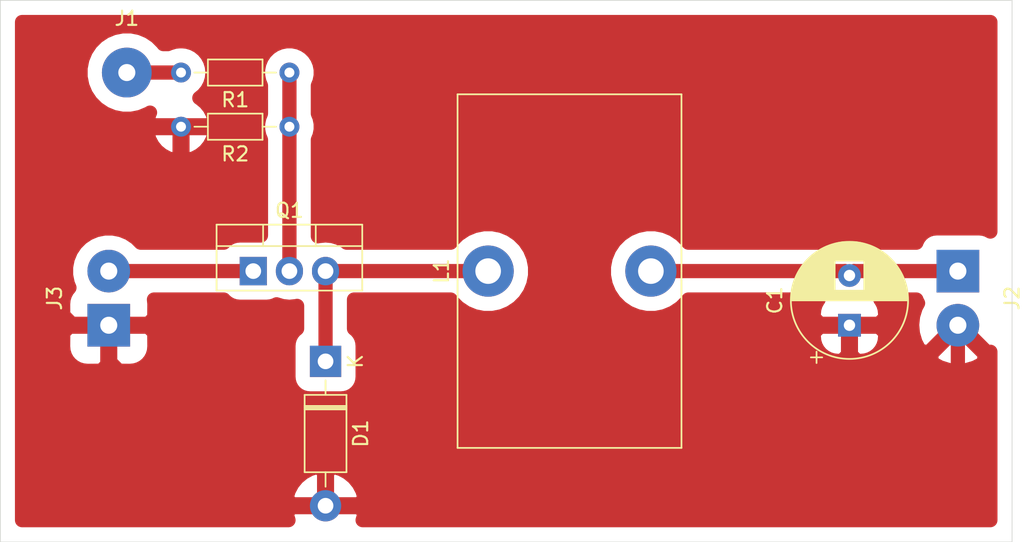
<source format=kicad_pcb>
(kicad_pcb (version 20171130) (host pcbnew "(5.1.4)-1")

  (general
    (thickness 1.6)
    (drawings 4)
    (tracks 25)
    (zones 0)
    (modules 9)
    (nets 7)
  )

  (page A4)
  (layers
    (0 F.Cu signal)
    (31 B.Cu signal)
    (32 B.Adhes user)
    (33 F.Adhes user)
    (34 B.Paste user)
    (35 F.Paste user)
    (36 B.SilkS user)
    (37 F.SilkS user)
    (38 B.Mask user)
    (39 F.Mask user)
    (40 Dwgs.User user)
    (41 Cmts.User user)
    (42 Eco1.User user)
    (43 Eco2.User user)
    (44 Edge.Cuts user)
    (45 Margin user)
    (46 B.CrtYd user)
    (47 F.CrtYd user)
    (48 B.Fab user)
    (49 F.Fab user)
  )

  (setup
    (last_trace_width 1)
    (user_trace_width 1)
    (trace_clearance 0.2)
    (zone_clearance 0.508)
    (zone_45_only no)
    (trace_min 0.2)
    (via_size 0.8)
    (via_drill 0.4)
    (via_min_size 0.4)
    (via_min_drill 0.3)
    (user_via 2 1.5)
    (uvia_size 0.3)
    (uvia_drill 0.1)
    (uvias_allowed no)
    (uvia_min_size 0.2)
    (uvia_min_drill 0.1)
    (edge_width 0.05)
    (segment_width 0.2)
    (pcb_text_width 0.3)
    (pcb_text_size 1.5 1.5)
    (mod_edge_width 0.12)
    (mod_text_size 1 1)
    (mod_text_width 0.15)
    (pad_size 1.524 1.524)
    (pad_drill 0.762)
    (pad_to_mask_clearance 0.051)
    (solder_mask_min_width 0.25)
    (aux_axis_origin 0 0)
    (visible_elements FFFFFF7F)
    (pcbplotparams
      (layerselection 0x010fc_ffffffff)
      (usegerberextensions false)
      (usegerberattributes false)
      (usegerberadvancedattributes false)
      (creategerberjobfile false)
      (excludeedgelayer true)
      (linewidth 0.100000)
      (plotframeref false)
      (viasonmask false)
      (mode 1)
      (useauxorigin false)
      (hpglpennumber 1)
      (hpglpenspeed 20)
      (hpglpendiameter 15.000000)
      (psnegative false)
      (psa4output false)
      (plotreference true)
      (plotvalue true)
      (plotinvisibletext false)
      (padsonsilk false)
      (subtractmaskfromsilk false)
      (outputformat 1)
      (mirror false)
      (drillshape 1)
      (scaleselection 1)
      (outputdirectory ""))
  )

  (net 0 "")
  (net 1 "Net-(C1-Pad2)")
  (net 2 0)
  (net 3 "Net-(D1-Pad1)")
  (net 4 "Net-(J1-Pad1)")
  (net 5 "Net-(J3-Pad2)")
  (net 6 "Net-(Q1-Pad2)")

  (net_class Default "Esta es la clase de red por defecto."
    (clearance 0.2)
    (trace_width 0.25)
    (via_dia 0.8)
    (via_drill 0.4)
    (uvia_dia 0.3)
    (uvia_drill 0.1)
    (add_net 0)
    (add_net "Net-(C1-Pad2)")
    (add_net "Net-(D1-Pad1)")
    (add_net "Net-(J1-Pad1)")
    (add_net "Net-(J3-Pad2)")
    (add_net "Net-(Q1-Pad2)")
  )

  (module Resistor_THT:R_Axial_DIN0204_L3.6mm_D1.6mm_P7.62mm_Horizontal (layer F.Cu) (tedit 5AE5139B) (tstamp 5DC6D6E2)
    (at 119.38 68.58 180)
    (descr "Resistor, Axial_DIN0204 series, Axial, Horizontal, pin pitch=7.62mm, 0.167W, length*diameter=3.6*1.6mm^2, http://cdn-reichelt.de/documents/datenblatt/B400/1_4W%23YAG.pdf")
    (tags "Resistor Axial_DIN0204 series Axial Horizontal pin pitch 7.62mm 0.167W length 3.6mm diameter 1.6mm")
    (path /5DC6CF0F)
    (fp_text reference R2 (at 3.81 -1.92) (layer F.SilkS)
      (effects (font (size 1 1) (thickness 0.15)))
    )
    (fp_text value R (at 3.81 1.92) (layer F.Fab)
      (effects (font (size 1 1) (thickness 0.15)))
    )
    (fp_text user %R (at 3.81 0) (layer F.Fab)
      (effects (font (size 0.72 0.72) (thickness 0.108)))
    )
    (fp_line (start 8.57 -1.05) (end -0.95 -1.05) (layer F.CrtYd) (width 0.05))
    (fp_line (start 8.57 1.05) (end 8.57 -1.05) (layer F.CrtYd) (width 0.05))
    (fp_line (start -0.95 1.05) (end 8.57 1.05) (layer F.CrtYd) (width 0.05))
    (fp_line (start -0.95 -1.05) (end -0.95 1.05) (layer F.CrtYd) (width 0.05))
    (fp_line (start 6.68 0) (end 5.73 0) (layer F.SilkS) (width 0.12))
    (fp_line (start 0.94 0) (end 1.89 0) (layer F.SilkS) (width 0.12))
    (fp_line (start 5.73 -0.92) (end 1.89 -0.92) (layer F.SilkS) (width 0.12))
    (fp_line (start 5.73 0.92) (end 5.73 -0.92) (layer F.SilkS) (width 0.12))
    (fp_line (start 1.89 0.92) (end 5.73 0.92) (layer F.SilkS) (width 0.12))
    (fp_line (start 1.89 -0.92) (end 1.89 0.92) (layer F.SilkS) (width 0.12))
    (fp_line (start 7.62 0) (end 5.61 0) (layer F.Fab) (width 0.1))
    (fp_line (start 0 0) (end 2.01 0) (layer F.Fab) (width 0.1))
    (fp_line (start 5.61 -0.8) (end 2.01 -0.8) (layer F.Fab) (width 0.1))
    (fp_line (start 5.61 0.8) (end 5.61 -0.8) (layer F.Fab) (width 0.1))
    (fp_line (start 2.01 0.8) (end 5.61 0.8) (layer F.Fab) (width 0.1))
    (fp_line (start 2.01 -0.8) (end 2.01 0.8) (layer F.Fab) (width 0.1))
    (pad 2 thru_hole oval (at 7.62 0 180) (size 1.4 1.4) (drill 0.7) (layers *.Cu *.Mask)
      (net 2 0))
    (pad 1 thru_hole circle (at 0 0 180) (size 1.4 1.4) (drill 0.7) (layers *.Cu *.Mask)
      (net 6 "Net-(Q1-Pad2)"))
    (model ${KISYS3DMOD}/Resistor_THT.3dshapes/R_Axial_DIN0204_L3.6mm_D1.6mm_P7.62mm_Horizontal.wrl
      (at (xyz 0 0 0))
      (scale (xyz 1 1 1))
      (rotate (xyz 0 0 0))
    )
  )

  (module Resistor_THT:R_Axial_DIN0204_L3.6mm_D1.6mm_P7.62mm_Horizontal (layer F.Cu) (tedit 5AE5139B) (tstamp 5DC6D6CB)
    (at 119.38 64.77 180)
    (descr "Resistor, Axial_DIN0204 series, Axial, Horizontal, pin pitch=7.62mm, 0.167W, length*diameter=3.6*1.6mm^2, http://cdn-reichelt.de/documents/datenblatt/B400/1_4W%23YAG.pdf")
    (tags "Resistor Axial_DIN0204 series Axial Horizontal pin pitch 7.62mm 0.167W length 3.6mm diameter 1.6mm")
    (path /5DC6C533)
    (fp_text reference R1 (at 3.81 -1.92) (layer F.SilkS)
      (effects (font (size 1 1) (thickness 0.15)))
    )
    (fp_text value R (at 3.81 1.92) (layer F.Fab)
      (effects (font (size 1 1) (thickness 0.15)))
    )
    (fp_text user %R (at 3.81 0 270) (layer F.Fab)
      (effects (font (size 0.72 0.72) (thickness 0.108)))
    )
    (fp_line (start 8.57 -1.05) (end -0.95 -1.05) (layer F.CrtYd) (width 0.05))
    (fp_line (start 8.57 1.05) (end 8.57 -1.05) (layer F.CrtYd) (width 0.05))
    (fp_line (start -0.95 1.05) (end 8.57 1.05) (layer F.CrtYd) (width 0.05))
    (fp_line (start -0.95 -1.05) (end -0.95 1.05) (layer F.CrtYd) (width 0.05))
    (fp_line (start 6.68 0) (end 5.73 0) (layer F.SilkS) (width 0.12))
    (fp_line (start 0.94 0) (end 1.89 0) (layer F.SilkS) (width 0.12))
    (fp_line (start 5.73 -0.92) (end 1.89 -0.92) (layer F.SilkS) (width 0.12))
    (fp_line (start 5.73 0.92) (end 5.73 -0.92) (layer F.SilkS) (width 0.12))
    (fp_line (start 1.89 0.92) (end 5.73 0.92) (layer F.SilkS) (width 0.12))
    (fp_line (start 1.89 -0.92) (end 1.89 0.92) (layer F.SilkS) (width 0.12))
    (fp_line (start 7.62 0) (end 5.61 0) (layer F.Fab) (width 0.1))
    (fp_line (start 0 0) (end 2.01 0) (layer F.Fab) (width 0.1))
    (fp_line (start 5.61 -0.8) (end 2.01 -0.8) (layer F.Fab) (width 0.1))
    (fp_line (start 5.61 0.8) (end 5.61 -0.8) (layer F.Fab) (width 0.1))
    (fp_line (start 2.01 0.8) (end 5.61 0.8) (layer F.Fab) (width 0.1))
    (fp_line (start 2.01 -0.8) (end 2.01 0.8) (layer F.Fab) (width 0.1))
    (pad 2 thru_hole oval (at 7.62 0 180) (size 1.4 1.4) (drill 0.7) (layers *.Cu *.Mask)
      (net 4 "Net-(J1-Pad1)"))
    (pad 1 thru_hole circle (at 0 0 180) (size 1.4 1.4) (drill 0.7) (layers *.Cu *.Mask)
      (net 6 "Net-(Q1-Pad2)"))
    (model ${KISYS3DMOD}/Resistor_THT.3dshapes/R_Axial_DIN0204_L3.6mm_D1.6mm_P7.62mm_Horizontal.wrl
      (at (xyz 0 0 0))
      (scale (xyz 1 1 1))
      (rotate (xyz 0 0 0))
    )
  )

  (module Package_TO_SOT_THT:TO-220-3_Vertical (layer F.Cu) (tedit 5AC8BA0D) (tstamp 5DC6D6B4)
    (at 116.84 78.74)
    (descr "TO-220-3, Vertical, RM 2.54mm, see https://www.vishay.com/docs/66542/to-220-1.pdf")
    (tags "TO-220-3 Vertical RM 2.54mm")
    (path /5DC665EA)
    (fp_text reference Q1 (at 2.54 -4.27) (layer F.SilkS)
      (effects (font (size 1 1) (thickness 0.15)))
    )
    (fp_text value IRF6802SD (at 2.54 2.5) (layer F.Fab)
      (effects (font (size 1 1) (thickness 0.15)))
    )
    (fp_text user %R (at 2.54 -4.27) (layer F.Fab)
      (effects (font (size 1 1) (thickness 0.15)))
    )
    (fp_line (start 7.79 -3.4) (end -2.71 -3.4) (layer F.CrtYd) (width 0.05))
    (fp_line (start 7.79 1.51) (end 7.79 -3.4) (layer F.CrtYd) (width 0.05))
    (fp_line (start -2.71 1.51) (end 7.79 1.51) (layer F.CrtYd) (width 0.05))
    (fp_line (start -2.71 -3.4) (end -2.71 1.51) (layer F.CrtYd) (width 0.05))
    (fp_line (start 4.391 -3.27) (end 4.391 -1.76) (layer F.SilkS) (width 0.12))
    (fp_line (start 0.69 -3.27) (end 0.69 -1.76) (layer F.SilkS) (width 0.12))
    (fp_line (start -2.58 -1.76) (end 7.66 -1.76) (layer F.SilkS) (width 0.12))
    (fp_line (start 7.66 -3.27) (end 7.66 1.371) (layer F.SilkS) (width 0.12))
    (fp_line (start -2.58 -3.27) (end -2.58 1.371) (layer F.SilkS) (width 0.12))
    (fp_line (start -2.58 1.371) (end 7.66 1.371) (layer F.SilkS) (width 0.12))
    (fp_line (start -2.58 -3.27) (end 7.66 -3.27) (layer F.SilkS) (width 0.12))
    (fp_line (start 4.39 -3.15) (end 4.39 -1.88) (layer F.Fab) (width 0.1))
    (fp_line (start 0.69 -3.15) (end 0.69 -1.88) (layer F.Fab) (width 0.1))
    (fp_line (start -2.46 -1.88) (end 7.54 -1.88) (layer F.Fab) (width 0.1))
    (fp_line (start 7.54 -3.15) (end -2.46 -3.15) (layer F.Fab) (width 0.1))
    (fp_line (start 7.54 1.25) (end 7.54 -3.15) (layer F.Fab) (width 0.1))
    (fp_line (start -2.46 1.25) (end 7.54 1.25) (layer F.Fab) (width 0.1))
    (fp_line (start -2.46 -3.15) (end -2.46 1.25) (layer F.Fab) (width 0.1))
    (pad 3 thru_hole oval (at 5.08 0) (size 1.905 2) (drill 1.1) (layers *.Cu *.Mask)
      (net 3 "Net-(D1-Pad1)"))
    (pad 2 thru_hole oval (at 2.54 0) (size 1.905 2) (drill 1.1) (layers *.Cu *.Mask)
      (net 6 "Net-(Q1-Pad2)"))
    (pad 1 thru_hole rect (at 0 0) (size 1.905 2) (drill 1.1) (layers *.Cu *.Mask)
      (net 5 "Net-(J3-Pad2)"))
    (model ${KISYS3DMOD}/Package_TO_SOT_THT.3dshapes/TO-220-3_Vertical.wrl
      (at (xyz 0 0 0))
      (scale (xyz 1 1 1))
      (rotate (xyz 0 0 0))
    )
  )

  (module Inductor_THT:L_Toroid_Vertical_L24.6mm_W15.5mm_P11.44mm_Pulse_KM-4 (layer F.Cu) (tedit 5AE59B06) (tstamp 5DC6D69A)
    (at 133.35 78.74 90)
    (descr "L_Toroid, Vertical series, Radial, pin pitch=11.44mm, , length*width=24.64*15.5mm^2, Pulse, KM-4, http://datasheet.octopart.com/PE-92112KNL-Pulse-datasheet-17853305.pdf")
    (tags "L_Toroid Vertical series Radial pin pitch 11.44mm  length 24.64mm width 15.5mm Pulse KM-4")
    (path /5DC6A582)
    (fp_text reference L1 (at 0 -3.28 90) (layer F.SilkS)
      (effects (font (size 1 1) (thickness 0.15)))
    )
    (fp_text value L (at 0 14.72 90) (layer F.Fab)
      (effects (font (size 1 1) (thickness 0.15)))
    )
    (fp_text user %R (at 5.72 0 90) (layer F.Fab)
      (effects (font (size 1 1) (thickness 0.15)))
    )
    (fp_line (start 12.57 -2.29) (end -12.57 -2.29) (layer F.CrtYd) (width 0.05))
    (fp_line (start 12.57 13.72) (end 12.57 -2.29) (layer F.CrtYd) (width 0.05))
    (fp_line (start -12.57 13.72) (end 12.57 13.72) (layer F.CrtYd) (width 0.05))
    (fp_line (start -12.57 -2.29) (end -12.57 13.72) (layer F.CrtYd) (width 0.05))
    (fp_line (start 12.44 -2.15) (end 12.44 13.59) (layer F.SilkS) (width 0.12))
    (fp_line (start -12.44 -2.15) (end -12.44 13.59) (layer F.SilkS) (width 0.12))
    (fp_line (start 0.016 13.59) (end 12.44 13.59) (layer F.SilkS) (width 0.12))
    (fp_line (start -12.44 13.59) (end -0.016 13.59) (layer F.SilkS) (width 0.12))
    (fp_line (start 0.016 -2.15) (end 12.44 -2.15) (layer F.SilkS) (width 0.12))
    (fp_line (start -12.44 -2.15) (end -0.016 -2.15) (layer F.SilkS) (width 0.12))
    (fp_line (start 7.8848 0) (end 8.8704 11.44) (layer F.Fab) (width 0.1))
    (fp_line (start 5.9136 0) (end 6.8992 11.44) (layer F.Fab) (width 0.1))
    (fp_line (start 3.9424 0) (end 4.928 11.44) (layer F.Fab) (width 0.1))
    (fp_line (start 1.9712 0) (end 2.9568 11.44) (layer F.Fab) (width 0.1))
    (fp_line (start 0 0) (end 0.9856 11.44) (layer F.Fab) (width 0.1))
    (fp_line (start -1.9712 0) (end -0.9856 11.44) (layer F.Fab) (width 0.1))
    (fp_line (start -3.9424 0) (end -2.9568 11.44) (layer F.Fab) (width 0.1))
    (fp_line (start -5.9136 0) (end -4.928 11.44) (layer F.Fab) (width 0.1))
    (fp_line (start -7.8848 0) (end -6.8992 11.44) (layer F.Fab) (width 0.1))
    (fp_line (start -9.856 0) (end -8.8704 11.44) (layer F.Fab) (width 0.1))
    (fp_line (start 9.856 0) (end -9.856 0) (layer F.Fab) (width 0.1))
    (fp_line (start 9.856 11.44) (end 9.856 0) (layer F.Fab) (width 0.1))
    (fp_line (start -9.856 11.44) (end 9.856 11.44) (layer F.Fab) (width 0.1))
    (fp_line (start -9.856 0) (end -9.856 11.44) (layer F.Fab) (width 0.1))
    (fp_line (start 12.32 -2.03) (end -12.32 -2.03) (layer F.Fab) (width 0.1))
    (fp_line (start 12.32 13.47) (end 12.32 -2.03) (layer F.Fab) (width 0.1))
    (fp_line (start -12.32 13.47) (end 12.32 13.47) (layer F.Fab) (width 0.1))
    (fp_line (start -12.32 -2.03) (end -12.32 13.47) (layer F.Fab) (width 0.1))
    (pad 2 thru_hole circle (at 0 11.44 90) (size 3.6 3.6) (drill 1.8) (layers *.Cu *.Mask)
      (net 1 "Net-(C1-Pad2)"))
    (pad 1 thru_hole circle (at 0 0 90) (size 3.6 3.6) (drill 1.8) (layers *.Cu *.Mask)
      (net 3 "Net-(D1-Pad1)"))
    (model ${KISYS3DMOD}/Inductor_THT.3dshapes/L_Toroid_Vertical_L24.6mm_W15.5mm_P11.44mm_Pulse_KM-4.wrl
      (at (xyz 0 0 0))
      (scale (xyz 1 1 1))
      (rotate (xyz 0 0 0))
    )
  )

  (module Connector_Wire:SolderWirePad_1x02_P3.81mm_Drill1.2mm (layer F.Cu) (tedit 5AEE5EF3) (tstamp 5DC6D677)
    (at 106.68 82.55 90)
    (descr "Wire solder connection")
    (tags connector)
    (path /5DC6820E)
    (attr virtual)
    (fp_text reference J3 (at 1.905 -3.81 90) (layer F.SilkS)
      (effects (font (size 1 1) (thickness 0.15)))
    )
    (fp_text value Screw_Terminal_01x02 (at 1.905 3.81 90) (layer F.Fab)
      (effects (font (size 1 1) (thickness 0.15)))
    )
    (fp_line (start 5.81 2) (end -1.99 2) (layer F.CrtYd) (width 0.05))
    (fp_line (start 5.81 2) (end 5.81 -2) (layer F.CrtYd) (width 0.05))
    (fp_line (start -1.99 -2) (end -1.99 2) (layer F.CrtYd) (width 0.05))
    (fp_line (start -1.99 -2) (end 5.81 -2) (layer F.CrtYd) (width 0.05))
    (fp_text user %R (at 1.905 0 90) (layer F.Fab)
      (effects (font (size 1 1) (thickness 0.15)))
    )
    (pad 2 thru_hole circle (at 3.81 0 90) (size 2.99974 2.99974) (drill 1.19888) (layers *.Cu *.Mask)
      (net 5 "Net-(J3-Pad2)"))
    (pad 1 thru_hole rect (at 0 0 90) (size 2.99974 2.99974) (drill 1.19888) (layers *.Cu *.Mask)
      (net 2 0))
  )

  (module Connector_Wire:SolderWirePad_1x02_P3.81mm_Drill1.2mm (layer F.Cu) (tedit 5AEE5EF3) (tstamp 5DC6D66C)
    (at 166.37 78.74 270)
    (descr "Wire solder connection")
    (tags connector)
    (path /5DC6D552)
    (attr virtual)
    (fp_text reference J2 (at 1.905 -3.81 90) (layer F.SilkS)
      (effects (font (size 1 1) (thickness 0.15)))
    )
    (fp_text value Screw_Terminal_01x02 (at 1.905 3.81 90) (layer F.Fab)
      (effects (font (size 1 1) (thickness 0.15)))
    )
    (fp_line (start 5.81 2) (end -1.99 2) (layer F.CrtYd) (width 0.05))
    (fp_line (start 5.81 2) (end 5.81 -2) (layer F.CrtYd) (width 0.05))
    (fp_line (start -1.99 -2) (end -1.99 2) (layer F.CrtYd) (width 0.05))
    (fp_line (start -1.99 -2) (end 5.81 -2) (layer F.CrtYd) (width 0.05))
    (fp_text user %R (at 1.905 0 90) (layer F.Fab)
      (effects (font (size 1 1) (thickness 0.15)))
    )
    (pad 2 thru_hole circle (at 3.81 0 270) (size 2.99974 2.99974) (drill 1.19888) (layers *.Cu *.Mask)
      (net 2 0))
    (pad 1 thru_hole rect (at 0 0 270) (size 2.99974 2.99974) (drill 1.19888) (layers *.Cu *.Mask)
      (net 1 "Net-(C1-Pad2)"))
  )

  (module Connector_Wire:SolderWirePad_1x01_Drill1.2mm (layer F.Cu) (tedit 5AEE5EA7) (tstamp 5DC6D661)
    (at 107.95 64.77)
    (descr "Wire solder connection")
    (tags connector)
    (path /5DC677B7)
    (attr virtual)
    (fp_text reference J1 (at 0 -3.81) (layer F.SilkS)
      (effects (font (size 1 1) (thickness 0.15)))
    )
    (fp_text value Screw_Terminal_01x01 (at 0 3.175) (layer F.Fab)
      (effects (font (size 1 1) (thickness 0.15)))
    )
    (fp_line (start 2.25 2.25) (end -2.25 2.25) (layer F.CrtYd) (width 0.05))
    (fp_line (start 2.25 2.25) (end 2.25 -2.25) (layer F.CrtYd) (width 0.05))
    (fp_line (start -2.25 -2.25) (end -2.25 2.25) (layer F.CrtYd) (width 0.05))
    (fp_line (start -2.25 -2.25) (end 2.25 -2.25) (layer F.CrtYd) (width 0.05))
    (fp_text user %R (at 0 0) (layer F.Fab)
      (effects (font (size 1 1) (thickness 0.15)))
    )
    (pad 1 thru_hole circle (at 0 0) (size 3.50012 3.50012) (drill 1.19888) (layers *.Cu *.Mask)
      (net 4 "Net-(J1-Pad1)"))
  )

  (module Diode_THT:D_DO-41_SOD81_P10.16mm_Horizontal (layer F.Cu) (tedit 5AE50CD5) (tstamp 5DC6D657)
    (at 121.92 85.09 270)
    (descr "Diode, DO-41_SOD81 series, Axial, Horizontal, pin pitch=10.16mm, , length*diameter=5.2*2.7mm^2, , http://www.diodes.com/_files/packages/DO-41%20(Plastic).pdf")
    (tags "Diode DO-41_SOD81 series Axial Horizontal pin pitch 10.16mm  length 5.2mm diameter 2.7mm")
    (path /5DC691D7)
    (fp_text reference D1 (at 5.08 -2.47 90) (layer F.SilkS)
      (effects (font (size 1 1) (thickness 0.15)))
    )
    (fp_text value 1N4001 (at 5.08 2.47 90) (layer F.Fab)
      (effects (font (size 1 1) (thickness 0.15)))
    )
    (fp_text user K (at 0 -2.1 90) (layer F.SilkS)
      (effects (font (size 1 1) (thickness 0.15)))
    )
    (fp_text user K (at 0 -2.1 90) (layer F.Fab)
      (effects (font (size 1 1) (thickness 0.15)))
    )
    (fp_text user %R (at 5.47 0 90) (layer F.Fab)
      (effects (font (size 1 1) (thickness 0.15)))
    )
    (fp_line (start 11.51 -1.6) (end -1.35 -1.6) (layer F.CrtYd) (width 0.05))
    (fp_line (start 11.51 1.6) (end 11.51 -1.6) (layer F.CrtYd) (width 0.05))
    (fp_line (start -1.35 1.6) (end 11.51 1.6) (layer F.CrtYd) (width 0.05))
    (fp_line (start -1.35 -1.6) (end -1.35 1.6) (layer F.CrtYd) (width 0.05))
    (fp_line (start 3.14 -1.47) (end 3.14 1.47) (layer F.SilkS) (width 0.12))
    (fp_line (start 3.38 -1.47) (end 3.38 1.47) (layer F.SilkS) (width 0.12))
    (fp_line (start 3.26 -1.47) (end 3.26 1.47) (layer F.SilkS) (width 0.12))
    (fp_line (start 8.82 0) (end 7.8 0) (layer F.SilkS) (width 0.12))
    (fp_line (start 1.34 0) (end 2.36 0) (layer F.SilkS) (width 0.12))
    (fp_line (start 7.8 -1.47) (end 2.36 -1.47) (layer F.SilkS) (width 0.12))
    (fp_line (start 7.8 1.47) (end 7.8 -1.47) (layer F.SilkS) (width 0.12))
    (fp_line (start 2.36 1.47) (end 7.8 1.47) (layer F.SilkS) (width 0.12))
    (fp_line (start 2.36 -1.47) (end 2.36 1.47) (layer F.SilkS) (width 0.12))
    (fp_line (start 3.16 -1.35) (end 3.16 1.35) (layer F.Fab) (width 0.1))
    (fp_line (start 3.36 -1.35) (end 3.36 1.35) (layer F.Fab) (width 0.1))
    (fp_line (start 3.26 -1.35) (end 3.26 1.35) (layer F.Fab) (width 0.1))
    (fp_line (start 10.16 0) (end 7.68 0) (layer F.Fab) (width 0.1))
    (fp_line (start 0 0) (end 2.48 0) (layer F.Fab) (width 0.1))
    (fp_line (start 7.68 -1.35) (end 2.48 -1.35) (layer F.Fab) (width 0.1))
    (fp_line (start 7.68 1.35) (end 7.68 -1.35) (layer F.Fab) (width 0.1))
    (fp_line (start 2.48 1.35) (end 7.68 1.35) (layer F.Fab) (width 0.1))
    (fp_line (start 2.48 -1.35) (end 2.48 1.35) (layer F.Fab) (width 0.1))
    (pad 2 thru_hole oval (at 10.16 0 270) (size 2.2 2.2) (drill 1.1) (layers *.Cu *.Mask)
      (net 2 0))
    (pad 1 thru_hole rect (at 0 0 270) (size 2.2 2.2) (drill 1.1) (layers *.Cu *.Mask)
      (net 3 "Net-(D1-Pad1)"))
    (model ${KISYS3DMOD}/Diode_THT.3dshapes/D_DO-41_SOD81_P10.16mm_Horizontal.wrl
      (at (xyz 0 0 0))
      (scale (xyz 1 1 1))
      (rotate (xyz 0 0 0))
    )
  )

  (module Capacitor_THT:CP_Radial_D8.0mm_P3.50mm (layer F.Cu) (tedit 5AE50EF0) (tstamp 5DC6D638)
    (at 158.75 82.55 90)
    (descr "CP, Radial series, Radial, pin pitch=3.50mm, , diameter=8mm, Electrolytic Capacitor")
    (tags "CP Radial series Radial pin pitch 3.50mm  diameter 8mm Electrolytic Capacitor")
    (path /5DC6B571)
    (fp_text reference C1 (at 1.75 -5.25 90) (layer F.SilkS)
      (effects (font (size 1 1) (thickness 0.15)))
    )
    (fp_text value C (at 1.75 5.25 90) (layer F.Fab)
      (effects (font (size 1 1) (thickness 0.15)))
    )
    (fp_text user %R (at 1.75 0 90) (layer F.Fab)
      (effects (font (size 1 1) (thickness 0.15)))
    )
    (fp_line (start -2.259698 -2.715) (end -2.259698 -1.915) (layer F.SilkS) (width 0.12))
    (fp_line (start -2.659698 -2.315) (end -1.859698 -2.315) (layer F.SilkS) (width 0.12))
    (fp_line (start 5.831 -0.533) (end 5.831 0.533) (layer F.SilkS) (width 0.12))
    (fp_line (start 5.791 -0.768) (end 5.791 0.768) (layer F.SilkS) (width 0.12))
    (fp_line (start 5.751 -0.948) (end 5.751 0.948) (layer F.SilkS) (width 0.12))
    (fp_line (start 5.711 -1.098) (end 5.711 1.098) (layer F.SilkS) (width 0.12))
    (fp_line (start 5.671 -1.229) (end 5.671 1.229) (layer F.SilkS) (width 0.12))
    (fp_line (start 5.631 -1.346) (end 5.631 1.346) (layer F.SilkS) (width 0.12))
    (fp_line (start 5.591 -1.453) (end 5.591 1.453) (layer F.SilkS) (width 0.12))
    (fp_line (start 5.551 -1.552) (end 5.551 1.552) (layer F.SilkS) (width 0.12))
    (fp_line (start 5.511 -1.645) (end 5.511 1.645) (layer F.SilkS) (width 0.12))
    (fp_line (start 5.471 -1.731) (end 5.471 1.731) (layer F.SilkS) (width 0.12))
    (fp_line (start 5.431 -1.813) (end 5.431 1.813) (layer F.SilkS) (width 0.12))
    (fp_line (start 5.391 -1.89) (end 5.391 1.89) (layer F.SilkS) (width 0.12))
    (fp_line (start 5.351 -1.964) (end 5.351 1.964) (layer F.SilkS) (width 0.12))
    (fp_line (start 5.311 -2.034) (end 5.311 2.034) (layer F.SilkS) (width 0.12))
    (fp_line (start 5.271 -2.102) (end 5.271 2.102) (layer F.SilkS) (width 0.12))
    (fp_line (start 5.231 -2.166) (end 5.231 2.166) (layer F.SilkS) (width 0.12))
    (fp_line (start 5.191 -2.228) (end 5.191 2.228) (layer F.SilkS) (width 0.12))
    (fp_line (start 5.151 -2.287) (end 5.151 2.287) (layer F.SilkS) (width 0.12))
    (fp_line (start 5.111 -2.345) (end 5.111 2.345) (layer F.SilkS) (width 0.12))
    (fp_line (start 5.071 -2.4) (end 5.071 2.4) (layer F.SilkS) (width 0.12))
    (fp_line (start 5.031 -2.454) (end 5.031 2.454) (layer F.SilkS) (width 0.12))
    (fp_line (start 4.991 -2.505) (end 4.991 2.505) (layer F.SilkS) (width 0.12))
    (fp_line (start 4.951 -2.556) (end 4.951 2.556) (layer F.SilkS) (width 0.12))
    (fp_line (start 4.911 -2.604) (end 4.911 2.604) (layer F.SilkS) (width 0.12))
    (fp_line (start 4.871 -2.651) (end 4.871 2.651) (layer F.SilkS) (width 0.12))
    (fp_line (start 4.831 -2.697) (end 4.831 2.697) (layer F.SilkS) (width 0.12))
    (fp_line (start 4.791 -2.741) (end 4.791 2.741) (layer F.SilkS) (width 0.12))
    (fp_line (start 4.751 -2.784) (end 4.751 2.784) (layer F.SilkS) (width 0.12))
    (fp_line (start 4.711 -2.826) (end 4.711 2.826) (layer F.SilkS) (width 0.12))
    (fp_line (start 4.671 -2.867) (end 4.671 2.867) (layer F.SilkS) (width 0.12))
    (fp_line (start 4.631 -2.907) (end 4.631 2.907) (layer F.SilkS) (width 0.12))
    (fp_line (start 4.591 -2.945) (end 4.591 2.945) (layer F.SilkS) (width 0.12))
    (fp_line (start 4.551 -2.983) (end 4.551 2.983) (layer F.SilkS) (width 0.12))
    (fp_line (start 4.511 1.04) (end 4.511 3.019) (layer F.SilkS) (width 0.12))
    (fp_line (start 4.511 -3.019) (end 4.511 -1.04) (layer F.SilkS) (width 0.12))
    (fp_line (start 4.471 1.04) (end 4.471 3.055) (layer F.SilkS) (width 0.12))
    (fp_line (start 4.471 -3.055) (end 4.471 -1.04) (layer F.SilkS) (width 0.12))
    (fp_line (start 4.431 1.04) (end 4.431 3.09) (layer F.SilkS) (width 0.12))
    (fp_line (start 4.431 -3.09) (end 4.431 -1.04) (layer F.SilkS) (width 0.12))
    (fp_line (start 4.391 1.04) (end 4.391 3.124) (layer F.SilkS) (width 0.12))
    (fp_line (start 4.391 -3.124) (end 4.391 -1.04) (layer F.SilkS) (width 0.12))
    (fp_line (start 4.351 1.04) (end 4.351 3.156) (layer F.SilkS) (width 0.12))
    (fp_line (start 4.351 -3.156) (end 4.351 -1.04) (layer F.SilkS) (width 0.12))
    (fp_line (start 4.311 1.04) (end 4.311 3.189) (layer F.SilkS) (width 0.12))
    (fp_line (start 4.311 -3.189) (end 4.311 -1.04) (layer F.SilkS) (width 0.12))
    (fp_line (start 4.271 1.04) (end 4.271 3.22) (layer F.SilkS) (width 0.12))
    (fp_line (start 4.271 -3.22) (end 4.271 -1.04) (layer F.SilkS) (width 0.12))
    (fp_line (start 4.231 1.04) (end 4.231 3.25) (layer F.SilkS) (width 0.12))
    (fp_line (start 4.231 -3.25) (end 4.231 -1.04) (layer F.SilkS) (width 0.12))
    (fp_line (start 4.191 1.04) (end 4.191 3.28) (layer F.SilkS) (width 0.12))
    (fp_line (start 4.191 -3.28) (end 4.191 -1.04) (layer F.SilkS) (width 0.12))
    (fp_line (start 4.151 1.04) (end 4.151 3.309) (layer F.SilkS) (width 0.12))
    (fp_line (start 4.151 -3.309) (end 4.151 -1.04) (layer F.SilkS) (width 0.12))
    (fp_line (start 4.111 1.04) (end 4.111 3.338) (layer F.SilkS) (width 0.12))
    (fp_line (start 4.111 -3.338) (end 4.111 -1.04) (layer F.SilkS) (width 0.12))
    (fp_line (start 4.071 1.04) (end 4.071 3.365) (layer F.SilkS) (width 0.12))
    (fp_line (start 4.071 -3.365) (end 4.071 -1.04) (layer F.SilkS) (width 0.12))
    (fp_line (start 4.031 1.04) (end 4.031 3.392) (layer F.SilkS) (width 0.12))
    (fp_line (start 4.031 -3.392) (end 4.031 -1.04) (layer F.SilkS) (width 0.12))
    (fp_line (start 3.991 1.04) (end 3.991 3.418) (layer F.SilkS) (width 0.12))
    (fp_line (start 3.991 -3.418) (end 3.991 -1.04) (layer F.SilkS) (width 0.12))
    (fp_line (start 3.951 1.04) (end 3.951 3.444) (layer F.SilkS) (width 0.12))
    (fp_line (start 3.951 -3.444) (end 3.951 -1.04) (layer F.SilkS) (width 0.12))
    (fp_line (start 3.911 1.04) (end 3.911 3.469) (layer F.SilkS) (width 0.12))
    (fp_line (start 3.911 -3.469) (end 3.911 -1.04) (layer F.SilkS) (width 0.12))
    (fp_line (start 3.871 1.04) (end 3.871 3.493) (layer F.SilkS) (width 0.12))
    (fp_line (start 3.871 -3.493) (end 3.871 -1.04) (layer F.SilkS) (width 0.12))
    (fp_line (start 3.831 1.04) (end 3.831 3.517) (layer F.SilkS) (width 0.12))
    (fp_line (start 3.831 -3.517) (end 3.831 -1.04) (layer F.SilkS) (width 0.12))
    (fp_line (start 3.791 1.04) (end 3.791 3.54) (layer F.SilkS) (width 0.12))
    (fp_line (start 3.791 -3.54) (end 3.791 -1.04) (layer F.SilkS) (width 0.12))
    (fp_line (start 3.751 1.04) (end 3.751 3.562) (layer F.SilkS) (width 0.12))
    (fp_line (start 3.751 -3.562) (end 3.751 -1.04) (layer F.SilkS) (width 0.12))
    (fp_line (start 3.711 1.04) (end 3.711 3.584) (layer F.SilkS) (width 0.12))
    (fp_line (start 3.711 -3.584) (end 3.711 -1.04) (layer F.SilkS) (width 0.12))
    (fp_line (start 3.671 1.04) (end 3.671 3.606) (layer F.SilkS) (width 0.12))
    (fp_line (start 3.671 -3.606) (end 3.671 -1.04) (layer F.SilkS) (width 0.12))
    (fp_line (start 3.631 1.04) (end 3.631 3.627) (layer F.SilkS) (width 0.12))
    (fp_line (start 3.631 -3.627) (end 3.631 -1.04) (layer F.SilkS) (width 0.12))
    (fp_line (start 3.591 1.04) (end 3.591 3.647) (layer F.SilkS) (width 0.12))
    (fp_line (start 3.591 -3.647) (end 3.591 -1.04) (layer F.SilkS) (width 0.12))
    (fp_line (start 3.551 1.04) (end 3.551 3.666) (layer F.SilkS) (width 0.12))
    (fp_line (start 3.551 -3.666) (end 3.551 -1.04) (layer F.SilkS) (width 0.12))
    (fp_line (start 3.511 1.04) (end 3.511 3.686) (layer F.SilkS) (width 0.12))
    (fp_line (start 3.511 -3.686) (end 3.511 -1.04) (layer F.SilkS) (width 0.12))
    (fp_line (start 3.471 1.04) (end 3.471 3.704) (layer F.SilkS) (width 0.12))
    (fp_line (start 3.471 -3.704) (end 3.471 -1.04) (layer F.SilkS) (width 0.12))
    (fp_line (start 3.431 1.04) (end 3.431 3.722) (layer F.SilkS) (width 0.12))
    (fp_line (start 3.431 -3.722) (end 3.431 -1.04) (layer F.SilkS) (width 0.12))
    (fp_line (start 3.391 1.04) (end 3.391 3.74) (layer F.SilkS) (width 0.12))
    (fp_line (start 3.391 -3.74) (end 3.391 -1.04) (layer F.SilkS) (width 0.12))
    (fp_line (start 3.351 1.04) (end 3.351 3.757) (layer F.SilkS) (width 0.12))
    (fp_line (start 3.351 -3.757) (end 3.351 -1.04) (layer F.SilkS) (width 0.12))
    (fp_line (start 3.311 1.04) (end 3.311 3.774) (layer F.SilkS) (width 0.12))
    (fp_line (start 3.311 -3.774) (end 3.311 -1.04) (layer F.SilkS) (width 0.12))
    (fp_line (start 3.271 1.04) (end 3.271 3.79) (layer F.SilkS) (width 0.12))
    (fp_line (start 3.271 -3.79) (end 3.271 -1.04) (layer F.SilkS) (width 0.12))
    (fp_line (start 3.231 1.04) (end 3.231 3.805) (layer F.SilkS) (width 0.12))
    (fp_line (start 3.231 -3.805) (end 3.231 -1.04) (layer F.SilkS) (width 0.12))
    (fp_line (start 3.191 1.04) (end 3.191 3.821) (layer F.SilkS) (width 0.12))
    (fp_line (start 3.191 -3.821) (end 3.191 -1.04) (layer F.SilkS) (width 0.12))
    (fp_line (start 3.151 1.04) (end 3.151 3.835) (layer F.SilkS) (width 0.12))
    (fp_line (start 3.151 -3.835) (end 3.151 -1.04) (layer F.SilkS) (width 0.12))
    (fp_line (start 3.111 1.04) (end 3.111 3.85) (layer F.SilkS) (width 0.12))
    (fp_line (start 3.111 -3.85) (end 3.111 -1.04) (layer F.SilkS) (width 0.12))
    (fp_line (start 3.071 1.04) (end 3.071 3.863) (layer F.SilkS) (width 0.12))
    (fp_line (start 3.071 -3.863) (end 3.071 -1.04) (layer F.SilkS) (width 0.12))
    (fp_line (start 3.031 1.04) (end 3.031 3.877) (layer F.SilkS) (width 0.12))
    (fp_line (start 3.031 -3.877) (end 3.031 -1.04) (layer F.SilkS) (width 0.12))
    (fp_line (start 2.991 1.04) (end 2.991 3.889) (layer F.SilkS) (width 0.12))
    (fp_line (start 2.991 -3.889) (end 2.991 -1.04) (layer F.SilkS) (width 0.12))
    (fp_line (start 2.951 1.04) (end 2.951 3.902) (layer F.SilkS) (width 0.12))
    (fp_line (start 2.951 -3.902) (end 2.951 -1.04) (layer F.SilkS) (width 0.12))
    (fp_line (start 2.911 1.04) (end 2.911 3.914) (layer F.SilkS) (width 0.12))
    (fp_line (start 2.911 -3.914) (end 2.911 -1.04) (layer F.SilkS) (width 0.12))
    (fp_line (start 2.871 1.04) (end 2.871 3.925) (layer F.SilkS) (width 0.12))
    (fp_line (start 2.871 -3.925) (end 2.871 -1.04) (layer F.SilkS) (width 0.12))
    (fp_line (start 2.831 1.04) (end 2.831 3.936) (layer F.SilkS) (width 0.12))
    (fp_line (start 2.831 -3.936) (end 2.831 -1.04) (layer F.SilkS) (width 0.12))
    (fp_line (start 2.791 1.04) (end 2.791 3.947) (layer F.SilkS) (width 0.12))
    (fp_line (start 2.791 -3.947) (end 2.791 -1.04) (layer F.SilkS) (width 0.12))
    (fp_line (start 2.751 1.04) (end 2.751 3.957) (layer F.SilkS) (width 0.12))
    (fp_line (start 2.751 -3.957) (end 2.751 -1.04) (layer F.SilkS) (width 0.12))
    (fp_line (start 2.711 1.04) (end 2.711 3.967) (layer F.SilkS) (width 0.12))
    (fp_line (start 2.711 -3.967) (end 2.711 -1.04) (layer F.SilkS) (width 0.12))
    (fp_line (start 2.671 1.04) (end 2.671 3.976) (layer F.SilkS) (width 0.12))
    (fp_line (start 2.671 -3.976) (end 2.671 -1.04) (layer F.SilkS) (width 0.12))
    (fp_line (start 2.631 1.04) (end 2.631 3.985) (layer F.SilkS) (width 0.12))
    (fp_line (start 2.631 -3.985) (end 2.631 -1.04) (layer F.SilkS) (width 0.12))
    (fp_line (start 2.591 1.04) (end 2.591 3.994) (layer F.SilkS) (width 0.12))
    (fp_line (start 2.591 -3.994) (end 2.591 -1.04) (layer F.SilkS) (width 0.12))
    (fp_line (start 2.551 1.04) (end 2.551 4.002) (layer F.SilkS) (width 0.12))
    (fp_line (start 2.551 -4.002) (end 2.551 -1.04) (layer F.SilkS) (width 0.12))
    (fp_line (start 2.511 1.04) (end 2.511 4.01) (layer F.SilkS) (width 0.12))
    (fp_line (start 2.511 -4.01) (end 2.511 -1.04) (layer F.SilkS) (width 0.12))
    (fp_line (start 2.471 1.04) (end 2.471 4.017) (layer F.SilkS) (width 0.12))
    (fp_line (start 2.471 -4.017) (end 2.471 -1.04) (layer F.SilkS) (width 0.12))
    (fp_line (start 2.43 -4.024) (end 2.43 4.024) (layer F.SilkS) (width 0.12))
    (fp_line (start 2.39 -4.03) (end 2.39 4.03) (layer F.SilkS) (width 0.12))
    (fp_line (start 2.35 -4.037) (end 2.35 4.037) (layer F.SilkS) (width 0.12))
    (fp_line (start 2.31 -4.042) (end 2.31 4.042) (layer F.SilkS) (width 0.12))
    (fp_line (start 2.27 -4.048) (end 2.27 4.048) (layer F.SilkS) (width 0.12))
    (fp_line (start 2.23 -4.052) (end 2.23 4.052) (layer F.SilkS) (width 0.12))
    (fp_line (start 2.19 -4.057) (end 2.19 4.057) (layer F.SilkS) (width 0.12))
    (fp_line (start 2.15 -4.061) (end 2.15 4.061) (layer F.SilkS) (width 0.12))
    (fp_line (start 2.11 -4.065) (end 2.11 4.065) (layer F.SilkS) (width 0.12))
    (fp_line (start 2.07 -4.068) (end 2.07 4.068) (layer F.SilkS) (width 0.12))
    (fp_line (start 2.03 -4.071) (end 2.03 4.071) (layer F.SilkS) (width 0.12))
    (fp_line (start 1.99 -4.074) (end 1.99 4.074) (layer F.SilkS) (width 0.12))
    (fp_line (start 1.95 -4.076) (end 1.95 4.076) (layer F.SilkS) (width 0.12))
    (fp_line (start 1.91 -4.077) (end 1.91 4.077) (layer F.SilkS) (width 0.12))
    (fp_line (start 1.87 -4.079) (end 1.87 4.079) (layer F.SilkS) (width 0.12))
    (fp_line (start 1.83 -4.08) (end 1.83 4.08) (layer F.SilkS) (width 0.12))
    (fp_line (start 1.79 -4.08) (end 1.79 4.08) (layer F.SilkS) (width 0.12))
    (fp_line (start 1.75 -4.08) (end 1.75 4.08) (layer F.SilkS) (width 0.12))
    (fp_line (start -1.276759 -2.1475) (end -1.276759 -1.3475) (layer F.Fab) (width 0.1))
    (fp_line (start -1.676759 -1.7475) (end -0.876759 -1.7475) (layer F.Fab) (width 0.1))
    (fp_circle (center 1.75 0) (end 6 0) (layer F.CrtYd) (width 0.05))
    (fp_circle (center 1.75 0) (end 5.87 0) (layer F.SilkS) (width 0.12))
    (fp_circle (center 1.75 0) (end 5.75 0) (layer F.Fab) (width 0.1))
    (pad 2 thru_hole circle (at 3.5 0 90) (size 1.6 1.6) (drill 0.8) (layers *.Cu *.Mask)
      (net 1 "Net-(C1-Pad2)"))
    (pad 1 thru_hole rect (at 0 0 90) (size 1.6 1.6) (drill 0.8) (layers *.Cu *.Mask)
      (net 2 0))
    (model ${KISYS3DMOD}/Capacitor_THT.3dshapes/CP_Radial_D8.0mm_P3.50mm.wrl
      (at (xyz 0 0 0))
      (scale (xyz 1 1 1))
      (rotate (xyz 0 0 0))
    )
  )

  (gr_line (start 170.18 59.69) (end 99.06 59.69) (layer Edge.Cuts) (width 0.05) (tstamp 5DC6E505))
  (gr_line (start 170.18 97.79) (end 170.18 59.69) (layer Edge.Cuts) (width 0.05))
  (gr_line (start 99.06 97.79) (end 170.18 97.79) (layer Edge.Cuts) (width 0.05))
  (gr_line (start 99.06 59.69) (end 99.06 97.79) (layer Edge.Cuts) (width 0.05))

  (segment (start 158.44 78.74) (end 158.75 79.05) (width 1) (layer F.Cu) (net 1))
  (segment (start 144.79 78.74) (end 158.44 78.74) (width 1) (layer F.Cu) (net 1))
  (segment (start 159.06 78.74) (end 158.75 79.05) (width 1) (layer F.Cu) (net 1))
  (segment (start 166.37 78.74) (end 159.06 78.74) (width 1) (layer F.Cu) (net 1))
  (segment (start 111.76 68.58) (end 105.41 68.58) (width 1) (layer F.Cu) (net 2))
  (segment (start 105.41 68.58) (end 101.6 72.39) (width 1) (layer F.Cu) (net 2))
  (segment (start 104.18013 82.55) (end 106.68 82.55) (width 1) (layer F.Cu) (net 2))
  (segment (start 101.6 79.96987) (end 104.18013 82.55) (width 1) (layer F.Cu) (net 2))
  (segment (start 101.6 72.39) (end 101.6 79.96987) (width 1) (layer F.Cu) (net 2))
  (segment (start 116.88013 95.25) (end 121.92 95.25) (width 1) (layer F.Cu) (net 2))
  (segment (start 106.68 82.55) (end 106.68 85.04987) (width 1) (layer F.Cu) (net 2))
  (segment (start 106.68 85.04987) (end 116.88013 95.25) (width 1) (layer F.Cu) (net 2))
  (segment (start 121.92 95.25) (end 156.21 95.25) (width 1) (layer F.Cu) (net 2))
  (segment (start 158.75 92.71) (end 158.75 82.55) (width 1) (layer F.Cu) (net 2))
  (segment (start 156.21 95.25) (end 158.75 92.71) (width 1) (layer F.Cu) (net 2))
  (segment (start 158.75 92.71) (end 161.29 95.25) (width 1) (layer F.Cu) (net 2))
  (segment (start 161.29 95.25) (end 163.83 95.25) (width 1) (layer F.Cu) (net 2))
  (segment (start 163.83 95.25) (end 166.37 92.71) (width 1) (layer F.Cu) (net 2))
  (segment (start 166.37 92.71) (end 166.37 82.55) (width 1) (layer F.Cu) (net 2))
  (segment (start 121.92 78.74) (end 121.92 85.09) (width 1) (layer F.Cu) (net 3))
  (segment (start 121.92 78.74) (end 133.35 78.74) (width 1) (layer F.Cu) (net 3))
  (segment (start 107.95 64.77) (end 111.76 64.77) (width 1) (layer F.Cu) (net 4))
  (segment (start 106.68 78.74) (end 116.84 78.74) (width 1) (layer F.Cu) (net 5))
  (segment (start 119.38 64.77) (end 119.38 68.58) (width 1) (layer F.Cu) (net 6))
  (segment (start 119.38 68.58) (end 119.38 78.74) (width 1) (layer F.Cu) (net 6))

  (zone (net 2) (net_name 0) (layer F.Cu) (tstamp 0) (hatch edge 0.508)
    (connect_pads (clearance 1))
    (min_thickness 1)
    (fill yes (arc_segments 32) (thermal_gap 1.2) (thermal_bridge_width 1.2))
    (polygon
      (pts
        (xy 99.06 59.69) (xy 99.06 97.79) (xy 170.18 97.79) (xy 170.18 59.69)
      )
    )
    (filled_polygon
      (pts
        (xy 168.655001 75.95896) (xy 168.446672 75.847606) (xy 168.163921 75.761835) (xy 167.86987 75.732873) (xy 164.87013 75.732873)
        (xy 164.576079 75.761835) (xy 164.293328 75.847606) (xy 164.032743 75.986892) (xy 163.804338 76.174338) (xy 163.616892 76.402743)
        (xy 163.477606 76.663328) (xy 163.454348 76.74) (xy 159.158242 76.74) (xy 159.059999 76.730324) (xy 158.961756 76.74)
        (xy 158.961747 76.74) (xy 158.860214 76.75) (xy 158.639786 76.75) (xy 158.538253 76.74) (xy 158.538243 76.74)
        (xy 158.44 76.730324) (xy 158.341757 76.74) (xy 147.422518 76.74) (xy 147.353277 76.636373) (xy 146.893627 76.176723)
        (xy 146.353136 75.815578) (xy 145.752574 75.566817) (xy 145.115022 75.44) (xy 144.464978 75.44) (xy 143.827426 75.566817)
        (xy 143.226864 75.815578) (xy 142.686373 76.176723) (xy 142.226723 76.636373) (xy 141.865578 77.176864) (xy 141.616817 77.777426)
        (xy 141.49 78.414978) (xy 141.49 79.065022) (xy 141.616817 79.702574) (xy 141.865578 80.303136) (xy 142.226723 80.843627)
        (xy 142.686373 81.303277) (xy 143.226864 81.664422) (xy 143.827426 81.913183) (xy 144.464978 82.04) (xy 145.115022 82.04)
        (xy 145.752574 81.913183) (xy 146.353136 81.664422) (xy 146.893627 81.303277) (xy 147.353277 80.843627) (xy 147.422518 80.74)
        (xy 156.579691 80.74) (xy 156.529662 80.80096) (xy 156.371805 81.09629) (xy 156.274597 81.416742) (xy 156.241774 81.75)
        (xy 156.25 82.025) (xy 156.675 82.45) (xy 158.65 82.45) (xy 158.65 82.43) (xy 158.85 82.43)
        (xy 158.85 82.45) (xy 160.825 82.45) (xy 161.25 82.025) (xy 161.258226 81.75) (xy 161.225403 81.416742)
        (xy 161.128195 81.09629) (xy 160.970338 80.80096) (xy 160.920309 80.74) (xy 163.454348 80.74) (xy 163.477606 80.816672)
        (xy 163.57308 80.995292) (xy 163.409545 81.295327) (xy 163.221655 81.896991) (xy 163.154754 82.52375) (xy 163.211413 83.151518)
        (xy 163.389454 83.75617) (xy 163.682037 84.314469) (xy 163.711204 84.358121) (xy 164.327479 84.4511) (xy 166.228579 82.55)
        (xy 166.214437 82.535858) (xy 166.355858 82.394437) (xy 166.37 82.408579) (xy 166.384143 82.394437) (xy 166.525564 82.535858)
        (xy 166.511421 82.55) (xy 168.412521 84.4511) (xy 168.655 84.414517) (xy 168.655 96.265) (xy 124.524824 96.265)
        (xy 124.668122 95.786506) (xy 124.293216 95.35) (xy 122.02 95.35) (xy 122.02 95.37) (xy 121.82 95.37)
        (xy 121.82 95.35) (xy 119.546784 95.35) (xy 119.171878 95.786506) (xy 119.315176 96.265) (xy 100.585 96.265)
        (xy 100.585 94.713494) (xy 119.171878 94.713494) (xy 119.546784 95.15) (xy 121.82 95.15) (xy 121.82 92.877106)
        (xy 122.02 92.877106) (xy 122.02 95.15) (xy 124.293216 95.15) (xy 124.668122 94.713494) (xy 124.51065 94.187671)
        (xy 124.253621 93.702673) (xy 123.906913 93.277138) (xy 123.483849 92.927418) (xy 123.000687 92.666954) (xy 122.475995 92.505755)
        (xy 122.456506 92.50188) (xy 122.02 92.877106) (xy 121.82 92.877106) (xy 121.383494 92.50188) (xy 121.364005 92.505755)
        (xy 120.839313 92.666954) (xy 120.356151 92.927418) (xy 119.933087 93.277138) (xy 119.586379 93.702673) (xy 119.32935 94.187671)
        (xy 119.171878 94.713494) (xy 100.585 94.713494) (xy 100.585 84.04987) (xy 103.471904 84.04987) (xy 103.504727 84.383128)
        (xy 103.601935 84.70358) (xy 103.759792 84.99891) (xy 103.972232 85.257768) (xy 104.23109 85.470208) (xy 104.52642 85.628065)
        (xy 104.846872 85.725273) (xy 105.18013 85.758096) (xy 106.155 85.74987) (xy 106.58 85.32487) (xy 106.58 82.65)
        (xy 106.78 82.65) (xy 106.78 85.32487) (xy 107.205 85.74987) (xy 108.17987 85.758096) (xy 108.513128 85.725273)
        (xy 108.83358 85.628065) (xy 109.12891 85.470208) (xy 109.387768 85.257768) (xy 109.600208 84.99891) (xy 109.758065 84.70358)
        (xy 109.855273 84.383128) (xy 109.888096 84.04987) (xy 109.87987 83.075) (xy 109.45487 82.65) (xy 106.78 82.65)
        (xy 106.58 82.65) (xy 103.90513 82.65) (xy 103.48013 83.075) (xy 103.471904 84.04987) (xy 100.585 84.04987)
        (xy 100.585 81.05013) (xy 103.471904 81.05013) (xy 103.48013 82.025) (xy 103.90513 82.45) (xy 106.58 82.45)
        (xy 106.58 82.43) (xy 106.78 82.43) (xy 106.78 82.45) (xy 109.45487 82.45) (xy 109.87987 82.025)
        (xy 109.888096 81.05013) (xy 109.857551 80.74) (xy 114.767714 80.74) (xy 114.821708 80.805792) (xy 115.050113 80.993238)
        (xy 115.310698 81.132524) (xy 115.593449 81.218295) (xy 115.8875 81.247257) (xy 117.7925 81.247257) (xy 118.086551 81.218295)
        (xy 118.369302 81.132524) (xy 118.47524 81.075899) (xy 118.899227 81.204514) (xy 119.38 81.251866) (xy 119.860774 81.204514)
        (xy 119.92 81.186548) (xy 119.920001 82.788146) (xy 119.754208 82.924208) (xy 119.566762 83.152613) (xy 119.427476 83.413198)
        (xy 119.341705 83.695949) (xy 119.312743 83.99) (xy 119.312743 86.19) (xy 119.341705 86.484051) (xy 119.427476 86.766802)
        (xy 119.566762 87.027387) (xy 119.754208 87.255792) (xy 119.982613 87.443238) (xy 120.243198 87.582524) (xy 120.525949 87.668295)
        (xy 120.82 87.697257) (xy 123.02 87.697257) (xy 123.314051 87.668295) (xy 123.596802 87.582524) (xy 123.857387 87.443238)
        (xy 124.085792 87.255792) (xy 124.273238 87.027387) (xy 124.412524 86.766802) (xy 124.498295 86.484051) (xy 124.527257 86.19)
        (xy 124.527257 83.99) (xy 124.498295 83.695949) (xy 124.412524 83.413198) (xy 124.378744 83.35) (xy 156.241774 83.35)
        (xy 156.274597 83.683258) (xy 156.371805 84.00371) (xy 156.529662 84.29904) (xy 156.742102 84.557898) (xy 157.00096 84.770338)
        (xy 157.29629 84.928195) (xy 157.616742 85.025403) (xy 157.95 85.058226) (xy 158.225 85.05) (xy 158.65 84.625)
        (xy 158.65 82.65) (xy 158.85 82.65) (xy 158.85 84.625) (xy 159.275 85.05) (xy 159.55 85.058226)
        (xy 159.883258 85.025403) (xy 160.20371 84.928195) (xy 160.49904 84.770338) (xy 160.715709 84.592521) (xy 164.4689 84.592521)
        (xy 164.561879 85.208796) (xy 165.115327 85.510455) (xy 165.716991 85.698345) (xy 166.34375 85.765246) (xy 166.971518 85.708587)
        (xy 167.57617 85.530546) (xy 168.134469 85.237963) (xy 168.178121 85.208796) (xy 168.2711 84.592521) (xy 166.37 82.691421)
        (xy 164.4689 84.592521) (xy 160.715709 84.592521) (xy 160.757898 84.557898) (xy 160.970338 84.29904) (xy 161.128195 84.00371)
        (xy 161.225403 83.683258) (xy 161.258226 83.35) (xy 161.25 83.075) (xy 160.825 82.65) (xy 158.85 82.65)
        (xy 158.65 82.65) (xy 156.675 82.65) (xy 156.25 83.075) (xy 156.241774 83.35) (xy 124.378744 83.35)
        (xy 124.273238 83.152613) (xy 124.085792 82.924208) (xy 123.92 82.788147) (xy 123.92 80.74) (xy 130.717482 80.74)
        (xy 130.786723 80.843627) (xy 131.246373 81.303277) (xy 131.786864 81.664422) (xy 132.387426 81.913183) (xy 133.024978 82.04)
        (xy 133.675022 82.04) (xy 134.312574 81.913183) (xy 134.913136 81.664422) (xy 135.453627 81.303277) (xy 135.913277 80.843627)
        (xy 136.274422 80.303136) (xy 136.523183 79.702574) (xy 136.65 79.065022) (xy 136.65 78.414978) (xy 136.523183 77.777426)
        (xy 136.274422 77.176864) (xy 135.913277 76.636373) (xy 135.453627 76.176723) (xy 134.913136 75.815578) (xy 134.312574 75.566817)
        (xy 133.675022 75.44) (xy 133.024978 75.44) (xy 132.387426 75.566817) (xy 131.786864 75.815578) (xy 131.246373 76.176723)
        (xy 130.786723 76.636373) (xy 130.717482 76.74) (xy 123.406768 76.74) (xy 123.289127 76.643455) (xy 122.863071 76.415723)
        (xy 122.400773 76.275486) (xy 121.92 76.228134) (xy 121.439226 76.275486) (xy 121.38 76.293452) (xy 121.38 69.50045)
        (xy 121.495455 69.221716) (xy 121.58 68.796681) (xy 121.58 68.363319) (xy 121.495455 67.938284) (xy 121.38 67.65955)
        (xy 121.38 65.69045) (xy 121.495455 65.411716) (xy 121.58 64.986681) (xy 121.58 64.553319) (xy 121.495455 64.128284)
        (xy 121.329615 63.727909) (xy 121.088852 63.367582) (xy 120.782418 63.061148) (xy 120.422091 62.820385) (xy 120.021716 62.654545)
        (xy 119.596681 62.57) (xy 119.163319 62.57) (xy 118.738284 62.654545) (xy 118.337909 62.820385) (xy 117.977582 63.061148)
        (xy 117.671148 63.367582) (xy 117.430385 63.727909) (xy 117.264545 64.128284) (xy 117.18 64.553319) (xy 117.18 64.986681)
        (xy 117.264545 65.411716) (xy 117.38 65.690451) (xy 117.380001 67.659548) (xy 117.264545 67.938284) (xy 117.18 68.363319)
        (xy 117.18 68.796681) (xy 117.264545 69.221716) (xy 117.38 69.500451) (xy 117.380001 76.232743) (xy 115.8875 76.232743)
        (xy 115.593449 76.261705) (xy 115.310698 76.347476) (xy 115.050113 76.486762) (xy 114.821708 76.674208) (xy 114.767714 76.74)
        (xy 108.922457 76.74) (xy 108.592306 76.409849) (xy 108.100971 76.08155) (xy 107.55503 75.855413) (xy 106.975461 75.74013)
        (xy 106.384539 75.74013) (xy 105.80497 75.855413) (xy 105.259029 76.08155) (xy 104.767694 76.409849) (xy 104.349849 76.827694)
        (xy 104.02155 77.319029) (xy 103.795413 77.86497) (xy 103.68013 78.444539) (xy 103.68013 79.035461) (xy 103.795413 79.61503)
        (xy 103.917266 79.909208) (xy 103.759792 80.10109) (xy 103.601935 80.39642) (xy 103.504727 80.716872) (xy 103.471904 81.05013)
        (xy 100.585 81.05013) (xy 100.585 69.053886) (xy 109.40725 69.053886) (xy 109.540481 69.493097) (xy 109.761265 69.908559)
        (xy 110.058859 70.272965) (xy 110.421827 70.572311) (xy 110.83622 70.795094) (xy 111.286114 70.932752) (xy 111.66 70.552918)
        (xy 111.66 68.68) (xy 111.86 68.68) (xy 111.86 70.552918) (xy 112.233886 70.932752) (xy 112.68378 70.795094)
        (xy 113.098173 70.572311) (xy 113.461141 70.272965) (xy 113.758735 69.908559) (xy 113.979519 69.493097) (xy 114.11275 69.053886)
        (xy 113.732467 68.68) (xy 111.86 68.68) (xy 111.66 68.68) (xy 109.787533 68.68) (xy 109.40725 69.053886)
        (xy 100.585 69.053886) (xy 100.585 64.449897) (xy 104.69994 64.449897) (xy 104.69994 65.090103) (xy 104.824838 65.718008)
        (xy 105.069834 66.309481) (xy 105.425513 66.841793) (xy 105.878207 67.294487) (xy 106.410519 67.650166) (xy 107.001992 67.895162)
        (xy 107.629897 68.02006) (xy 108.270103 68.02006) (xy 108.898008 67.895162) (xy 109.489481 67.650166) (xy 109.582352 67.588112)
        (xy 109.540481 67.666903) (xy 109.40725 68.106114) (xy 109.787533 68.48) (xy 111.66 68.48) (xy 111.66 68.46)
        (xy 111.86 68.46) (xy 111.86 68.48) (xy 113.732467 68.48) (xy 114.11275 68.106114) (xy 113.979519 67.666903)
        (xy 113.758735 67.251441) (xy 113.461141 66.887035) (xy 113.098173 66.587689) (xy 113.046722 66.560029) (xy 113.323161 66.333161)
        (xy 113.598083 65.998168) (xy 113.802369 65.615977) (xy 113.928167 65.201275) (xy 113.970644 64.77) (xy 113.928167 64.338725)
        (xy 113.802369 63.924023) (xy 113.598083 63.541832) (xy 113.323161 63.206839) (xy 112.988168 62.931917) (xy 112.605977 62.727631)
        (xy 112.191275 62.601833) (xy 111.86807 62.57) (xy 111.65193 62.57) (xy 111.328725 62.601833) (xy 110.914023 62.727631)
        (xy 110.834756 62.77) (xy 110.522457 62.77) (xy 110.474487 62.698207) (xy 110.021793 62.245513) (xy 109.489481 61.889834)
        (xy 108.898008 61.644838) (xy 108.270103 61.51994) (xy 107.629897 61.51994) (xy 107.001992 61.644838) (xy 106.410519 61.889834)
        (xy 105.878207 62.245513) (xy 105.425513 62.698207) (xy 105.069834 63.230519) (xy 104.824838 63.821992) (xy 104.69994 64.449897)
        (xy 100.585 64.449897) (xy 100.585 61.215) (xy 168.655001 61.215)
      )
    )
  )
)

</source>
